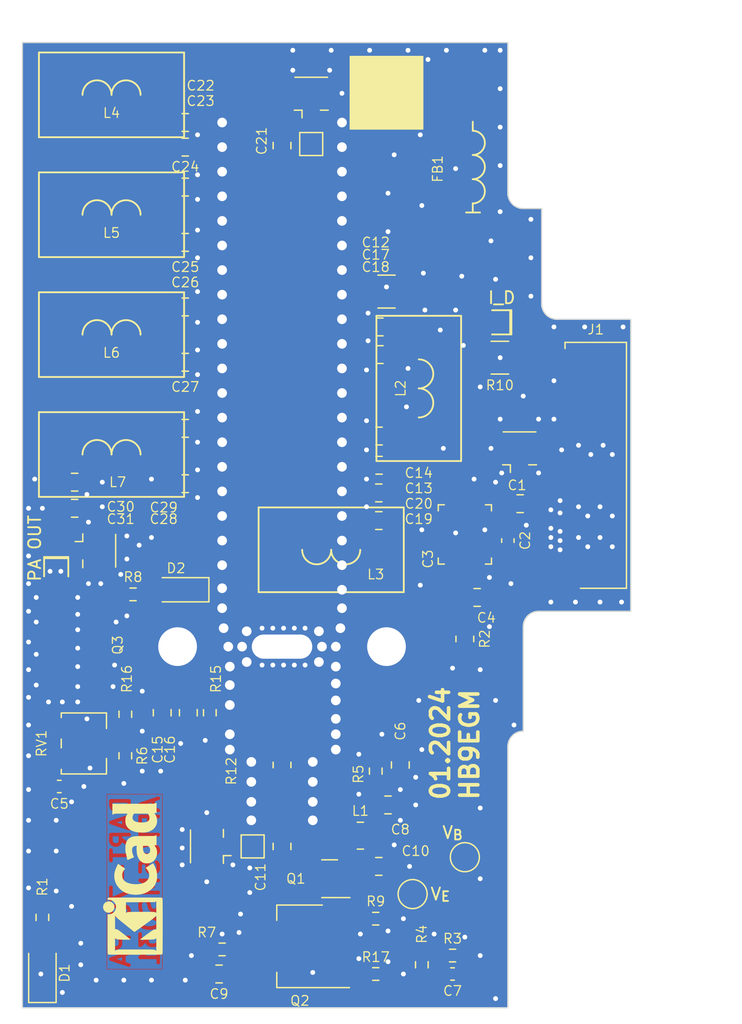
<source format=kicad_pcb>
(kicad_pcb (version 20221018) (generator pcbnew)

  (general
    (thickness 1.6)
  )

  (paper "A4")
  (title_block
    (title "DART-70 PA")
    (date "2024-01-23")
    (rev "0")
    (company "HB9EGM")
  )

  (layers
    (0 "F.Cu" signal)
    (31 "B.Cu" signal)
    (32 "B.Adhes" user "B.Adhesive")
    (33 "F.Adhes" user "F.Adhesive")
    (34 "B.Paste" user)
    (35 "F.Paste" user)
    (36 "B.SilkS" user "B.Silkscreen")
    (37 "F.SilkS" user "F.Silkscreen")
    (38 "B.Mask" user)
    (39 "F.Mask" user)
    (40 "Dwgs.User" user "User.Drawings")
    (41 "Cmts.User" user "User.Comments")
    (42 "Eco1.User" user "User.Eco1")
    (43 "Eco2.User" user "User.Eco2")
    (44 "Edge.Cuts" user)
    (45 "Margin" user)
    (46 "B.CrtYd" user "B.Courtyard")
    (47 "F.CrtYd" user "F.Courtyard")
    (48 "B.Fab" user)
    (49 "F.Fab" user)
    (50 "User.1" user)
    (51 "User.2" user)
    (52 "User.3" user)
    (53 "User.4" user)
    (54 "User.5" user)
    (55 "User.6" user)
    (56 "User.7" user)
    (57 "User.8" user)
    (58 "User.9" user)
  )

  (setup
    (pad_to_mask_clearance 0)
    (pcbplotparams
      (layerselection 0x00010fc_ffffffff)
      (plot_on_all_layers_selection 0x0000000_00000000)
      (disableapertmacros false)
      (usegerberextensions false)
      (usegerberattributes true)
      (usegerberadvancedattributes true)
      (creategerberjobfile true)
      (dashed_line_dash_ratio 12.000000)
      (dashed_line_gap_ratio 3.000000)
      (svgprecision 4)
      (plotframeref false)
      (viasonmask false)
      (mode 1)
      (useauxorigin false)
      (hpglpennumber 1)
      (hpglpenspeed 20)
      (hpglpendiameter 15.000000)
      (dxfpolygonmode true)
      (dxfimperialunits true)
      (dxfusepcbnewfont true)
      (psnegative false)
      (psa4output false)
      (plotreference true)
      (plotvalue true)
      (plotinvisibletext false)
      (sketchpadsonfab false)
      (subtractmaskfromsilk false)
      (outputformat 1)
      (mirror false)
      (drillshape 0)
      (scaleselection 1)
      (outputdirectory "out")
    )
  )

  (net 0 "")
  (net 1 "Net-(C1-Pad1)")
  (net 2 "Net-(J1-Pin_5)")
  (net 3 "Net-(C2-Pad2)")
  (net 4 "GND")
  (net 5 "/VG_5V")
  (net 6 "/DC_IN")
  (net 7 "Net-(C8-Pad2)")
  (net 8 "Net-(C9-Pad1)")
  (net 9 "Net-(Q1-B)")
  (net 10 "Net-(Q1-E)")
  (net 11 "Net-(C11-Pad1)")
  (net 12 "Net-(Q1-C)")
  (net 13 "Net-(C12-Pad1)")
  (net 14 "Net-(C13-Pad1)")
  (net 15 "Net-(C15-Pad2)")
  (net 16 "Net-(J5-In)")
  (net 17 "Net-(Q3-D)")
  (net 18 "Net-(C26-Pad2)")
  (net 19 "Net-(J6-In)")
  (net 20 "Net-(D1-A)")
  (net 21 "Net-(D2-A)")
  (net 22 "Net-(J3-Pin_2)")
  (net 23 "Net-(J4-In)")
  (net 24 "Net-(Q3-G)")
  (net 25 "Net-(R6-Pad1)")
  (net 26 "/VGG1")
  (net 27 "Net-(Q2-E)")
  (net 28 "Net-(C24-Pad1)")
  (net 29 "Net-(C28-Pad1)")
  (net 30 "Net-(C21-Pad2)")

  (footprint "Capacitor_SMD:C_0805_2012Metric_Pad1.18x1.45mm_HandSolder" (layer "F.Cu") (at 198.374 129.032 180))

  (footprint "Capacitor_SMD:C_0603_1608Metric_Pad1.08x0.95mm_HandSolder" (layer "F.Cu") (at 203.708 143.002 180))

  (footprint "Resistor_SMD:R_0603_1608Metric_Pad0.98x0.95mm_HandSolder" (layer "F.Cu") (at 201.168 142.24 -90))

  (footprint "MountingHole:MountingHole_3.2mm_M3_DIN965_Pad" (layer "F.Cu") (at 198.247 115.951))

  (footprint "Resistor_SMD:R_0603_1608Metric_Pad0.98x0.95mm_HandSolder" (layer "F.Cu") (at 176.657 124.968 90))

  (footprint "Symbol:KiCad-Logo_5mm_SilkScreen" (layer "F.Cu") (at 177.8 135.128 90))

  (footprint "mpb:large_inductor" (layer "F.Cu") (at 203.9785 76.327 180))

  (footprint "mpb:PinHeader_1x08_P2.54mm_Boardedge_SMD" (layer "F.Cu") (at 215.5455 100.97))

  (footprint "Potentiometer_SMD:Potentiometer_Bourns_3214W_Vertical" (layer "F.Cu") (at 173.228 123.952 90))

  (footprint "Capacitor_SMD:C_0805_2012Metric_Pad1.18x1.45mm_HandSolder" (layer "F.Cu") (at 181.61 92.456 180))

  (footprint "Resistor_SMD:R_0805_2012Metric_Pad1.20x1.40mm_HandSolder" (layer "F.Cu") (at 204.724 115.316 -90))

  (footprint "Resistor_SMD:R_0603_1608Metric_Pad0.98x0.95mm_HandSolder" (layer "F.Cu") (at 197.358 126.238 90))

  (footprint "Capacitor_SMD:C_0805_2012Metric_Pad1.18x1.45mm_HandSolder" (layer "F.Cu") (at 181.61 102.489))

  (footprint "TestPoint:TestPoint_Pad_1.5x1.5mm" (layer "F.Cu") (at 192.024 74.422))

  (footprint "Capacitor_SMD:C_0805_2012Metric_Pad1.18x1.45mm_HandSolder" (layer "F.Cu") (at 197.612 134.112))

  (footprint "Diode_SMD:D_SOD-123F" (layer "F.Cu") (at 181.356 111.252 180))

  (footprint "TestPoint:TestPoint_Pad_D2.0mm" (layer "F.Cu") (at 204.724 133.35))

  (footprint "mpb:TO-270-2" (layer "F.Cu") (at 189.611 115.951 90))

  (footprint "Inductor_SMD:L_1008_2520Metric_Pad1.43x2.20mm_HandSolder" (layer "F.Cu") (at 196.088 131.572))

  (footprint "Capacitor_SMD:C_0805_2012Metric_Pad1.18x1.45mm_HandSolder" (layer "F.Cu") (at 181.61 97.917 180))

  (footprint "Capacitor_SMD:C_0805_2012Metric_Pad1.18x1.45mm_HandSolder" (layer "F.Cu") (at 205.74 111.887 180))

  (footprint "Package_TO_SOT_SMD:SOT-23" (layer "F.Cu") (at 193.548 135.128 180))

  (footprint "Capacitor_SMD:C_0805_2012Metric_Pad1.18x1.45mm_HandSolder" (layer "F.Cu") (at 189.611 74.549 90))

  (footprint "Capacitor_SMD:C_0603_1608Metric_Pad1.08x0.95mm_HandSolder" (layer "F.Cu") (at 208.28 107.188 -90))

  (footprint "Connector_Coaxial:U.FL_Hirose_U.FL-R-SMT-1_Vertical" (layer "F.Cu") (at 174.023 108.028))

  (footprint "Connector_Coaxial:U.FL_Hirose_U.FL-R-SMT-1_Vertical" (layer "F.Cu") (at 183.879 132.461 180))

  (footprint "Resistor_SMD:R_0603_1608Metric_Pad0.98x0.95mm_HandSolder" (layer "F.Cu") (at 197.358 138.43))

  (footprint "Capacitor_SMD:C_0805_2012Metric_Pad1.18x1.45mm_HandSolder" (layer "F.Cu") (at 209.296 104.14))

  (footprint "Capacitor_SMD:C_0805_2012Metric_Pad1.18x1.45mm_HandSolder" (layer "F.Cu") (at 181.864 121.412 -90))

  (footprint "Capacitor_SMD:C_0805_2012Metric_Pad1.18x1.45mm_HandSolder" (layer "F.Cu") (at 184.404 143.002))

  (footprint "mpb:two_2mm_pads" (layer "F.Cu") (at 170.942 109.347))

  (footprint "mpb:AirCoil-8mm-SMD" (layer "F.Cu") (at 175.514 70.358 -90))

  (footprint "Capacitor_SMD:C_0805_2012Metric_Pad1.18x1.45mm_HandSolder" (layer "F.Cu") (at 197.7005 89.535))

  (footprint "mpb:AirCoil-8mm-SMD" (layer "F.Cu") (at 175.514 90.17 -90))

  (footprint "Capacitor_SMD:C_0805_2012Metric_Pad1.18x1.45mm_HandSolder" (layer "F.Cu") (at 181.61 74.676))

  (footprint "Capacitor_SMD:C_1210_3225Metric_Pad1.33x2.70mm_HandSolder" (layer "F.Cu") (at 198.247 86.614 180))

  (footprint "Capacitor_SMD:C_0805_2012Metric_Pad1.18x1.45mm_HandSolder" (layer "F.Cu") (at 172.466 102.362))

  (footprint "Capacitor_SMD:C_0805_2012Metric_Pad1.18x1.45mm_HandSolder" (layer "F.Cu") (at 197.612 105.537))

  (footprint "Resistor_SMD:R_0603_1608Metric_Pad0.98x0.95mm_HandSolder" (layer "F.Cu") (at 183.642 121.412 -90))

  (footprint "Resistor_SMD:R_0603_1608Metric_Pad0.98x0.95mm_HandSolder" (layer "F.Cu")
    (tstamp 8de71784-abd8-4ee8-a421-d454316cd2fb)
    (at 203.708 141.478)
    (descr "Resistor SMD 0603 (1608 Metric), square (rectangular) end terminal, IPC_7351 nominal with elongated pad for handsoldering. (Body size source: IPC-SM-782 page 72, https://www.pcb-3d.com/wordpress/wp-content/uploads/ipc-sm-782a_amendment_1_and_2.pdf), generated with kicad-footprint-generator")
    (tags "resistor handsolder")
    (property "Need_order" "0")
    (property "Sheetfile" "kicad-dart-70-pa.kicad_sch")
    (property "Sheetname" "")
    (property "ki_description" "Resistor")
    (property "ki_keywords" "R res resistor")
    (path "/4f34b444-9580-47cb-8509-49ef5c9484c5")
    (attr smd)
    (fp_text reference "R3" (at 0 -1.3985 unlocked) (layer "F.SilkS")
        (effects (font (size 0.8 0.8) (thickness 0.1)))
      (tstamp c2f59aaf-ead6-4207-85f1-208fa6a8e126)
    )
    (fp_text value "1k" (at 0 1.43) (layer "F.Fab")
        (effects (font (size 1 1) (thickness 0.15)))
      (tstamp 3284ef61-a729-4dc3-9c07-032bf3356ceb)
    )
    (fp_text user "${REFERENCE}" (at 0 0) (layer "F.Fab")
        (effects (font (size 0.4 0.4) (thickness 0.06)))
      (tstamp 7b24b254-e77a-440d-96bb-d29faaef3e66)
    )
    (fp_line (start -0.254724 -0.5225) (end 0.254724 -0.5225)
      (stroke (width 0.12) (type solid)) (layer "F.SilkS") (tstamp d9442d70-a978-4bd0-aae8-eac57d169efd))
    (fp_line (start -0.254724 0.5225) (end 0.254724 0.5225)
      (stroke (width 0.12) (type solid)) (layer "F.SilkS") (tstamp 45f6bff1-8a17-4d76-819d-b20a653de5cd))
    (fp_line (start -1.65 -0.73) (end 1.65 -0.73)
      (stroke (width 0.05) (type solid)) (layer "F.CrtYd") (tstamp dee50d8d-28b2-46a4-ad4d-e9ec0a2e120c))
    (fp_line (start -1.65 0.73) (end -1.65 -0.73)
      (stroke (width 0.05) (type solid)) (layer "F.CrtYd") (tstamp e7c4e687-b5e3-423f-8cc3-ddc066878086))
    (fp_line (start 1.65 -0.73) (end 1.65 0.73)
      (stroke (width 0.05) (
... [332289 chars truncated]
</source>
